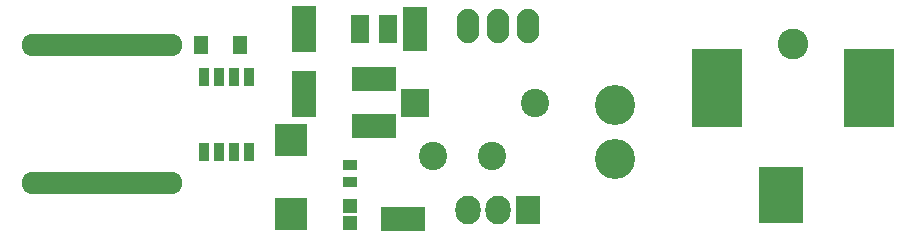
<source format=gts>
G04 #@! TF.FileFunction,Soldermask,Top*
%FSLAX46Y46*%
G04 Gerber Fmt 4.6, Leading zero omitted, Abs format (unit mm)*
G04 Created by KiCad (PCBNEW 4.0.2+e4-6225~38~ubuntu15.04.1-stable) date Wed 22 Jun 2016 12:25:28 PM PDT*
%MOMM*%
G01*
G04 APERTURE LIST*
%ADD10C,0.100000*%
%ADD11R,2.000200X3.999180*%
%ADD12R,2.830000X2.770000*%
%ADD13C,2.398980*%
%ADD14R,2.398980X2.398980*%
%ADD15R,1.310000X1.620000*%
%ADD16R,1.197560X1.197560*%
%ADD17R,1.540460X2.429460*%
%ADD18O,13.610000X1.920000*%
%ADD19O,1.901140X2.899360*%
%ADD20R,1.300000X0.900000*%
%ADD21R,3.700000X2.100000*%
%ADD22R,2.100000X3.700000*%
%ADD23R,0.908000X1.543000*%
%ADD24R,2.127200X2.432000*%
%ADD25O,2.127200X2.432000*%
%ADD26C,3.400000*%
%ADD27C,2.600000*%
%ADD28R,4.300000X6.600000*%
%ADD29R,3.700000X4.800000*%
G04 APERTURE END LIST*
D10*
D11*
X136570000Y-92779180D03*
X136570000Y-98280820D03*
D12*
X135450000Y-102160000D03*
X135450000Y-108400000D03*
D13*
X156160000Y-98997460D03*
D14*
X146000000Y-98997460D03*
D15*
X127895000Y-94160000D03*
X131165000Y-94160000D03*
D16*
X140500000Y-109229300D03*
X140500000Y-107730700D03*
D17*
X143703960Y-92779180D03*
X141296040Y-92779180D03*
D18*
X119500000Y-94160000D03*
X119500000Y-105840000D03*
D19*
X153000000Y-92510000D03*
X155540000Y-92510000D03*
X150460000Y-92510000D03*
D20*
X140500000Y-105750000D03*
X140500000Y-104250000D03*
D21*
X142500000Y-101000000D03*
D22*
X146000000Y-92779180D03*
D21*
X142500000Y-97000000D03*
X145000000Y-108850000D03*
D23*
X128095000Y-96825000D03*
X129365000Y-96825000D03*
X130635000Y-96825000D03*
X131905000Y-96825000D03*
X131905000Y-103175000D03*
X130635000Y-103175000D03*
X129365000Y-103175000D03*
X128095000Y-103175000D03*
D13*
X147500640Y-103500000D03*
X152501900Y-103500000D03*
D24*
X155540000Y-108130000D03*
D25*
X153000000Y-108130000D03*
X150460000Y-108130000D03*
D26*
X162910000Y-99209000D03*
X162910000Y-103809000D03*
D27*
X178000000Y-94000000D03*
D28*
X171550000Y-97800000D03*
X184450000Y-97800000D03*
D29*
X177000000Y-106800000D03*
M02*

</source>
